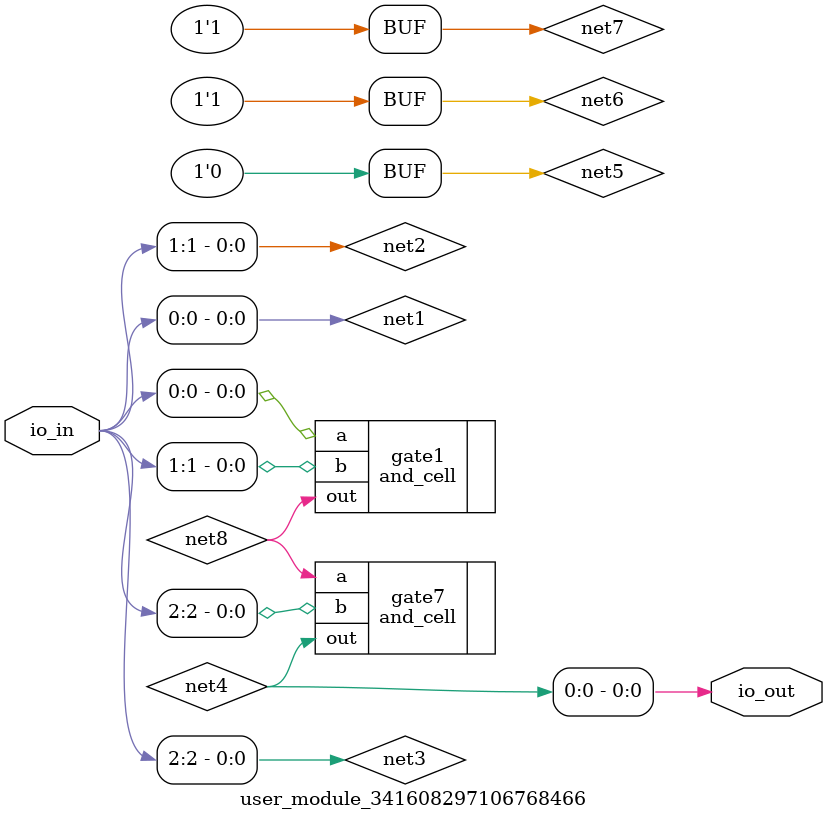
<source format=v>

/* Automatically generated from https://wokwi.com/projects/341608297106768466 */

`default_nettype none

module user_module_341608297106768466(
  input [7:0] io_in,
  output [7:0] io_out
);
  wire net1 = io_in[0];
  wire net2 = io_in[1];
  wire net3 = io_in[2];
  wire net4;
  wire net5 = 1'b0;
  wire net6 = 1'b1;
  wire net7 = 1'b1;
  wire net8;

  assign io_out[0] = net4;

  and_cell gate1 (
    .a (net1),
    .b (net2),
    .out (net8)
  );
  or_cell gate2 (

  );
  xor_cell gate3 (

  );
  nand_cell gate4 (

  );
  not_cell gate5 (

  );
  buffer_cell gate6 (

  );
  mux_cell mux1 (

  );
  dff_cell flipflop1 (

  );
  and_cell gate7 (
    .a (net8),
    .b (net3),
    .out (net4)
  );
endmodule

</source>
